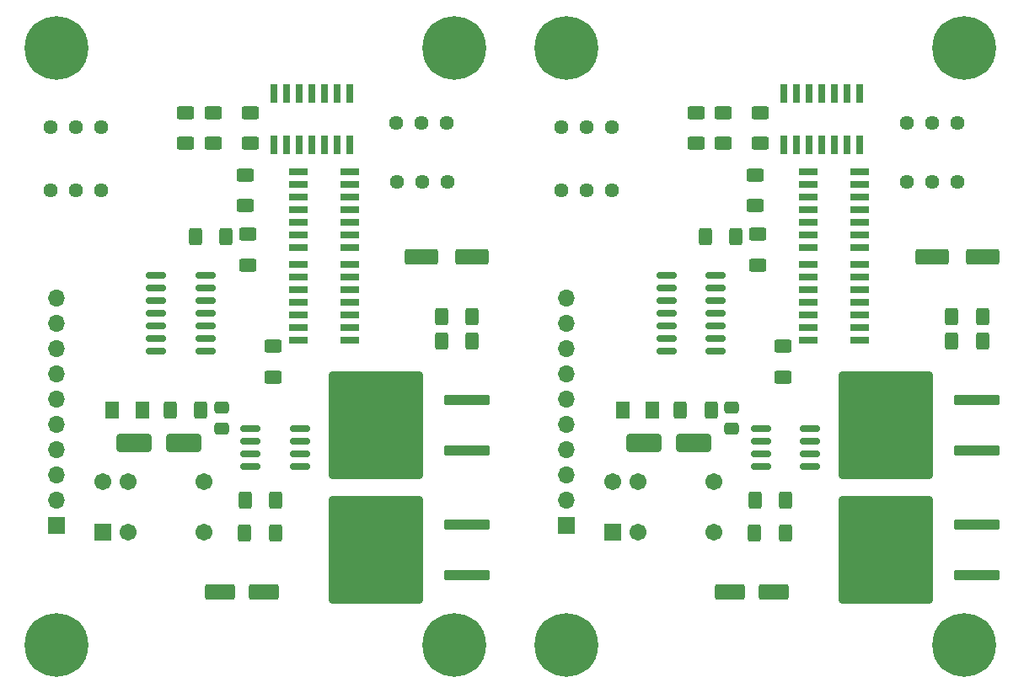
<source format=gbr>
%TF.GenerationSoftware,KiCad,Pcbnew,9.0.2*%
%TF.CreationDate,2025-06-04T19:49:41+07:00*%
%TF.ProjectId,BSPD jadi 1,42535044-206a-4616-9469-20312e6b6963,rev?*%
%TF.SameCoordinates,Original*%
%TF.FileFunction,Soldermask,Top*%
%TF.FilePolarity,Negative*%
%FSLAX46Y46*%
G04 Gerber Fmt 4.6, Leading zero omitted, Abs format (unit mm)*
G04 Created by KiCad (PCBNEW 9.0.2) date 2025-06-04 19:49:41*
%MOMM*%
%LPD*%
G01*
G04 APERTURE LIST*
G04 Aperture macros list*
%AMRoundRect*
0 Rectangle with rounded corners*
0 $1 Rounding radius*
0 $2 $3 $4 $5 $6 $7 $8 $9 X,Y pos of 4 corners*
0 Add a 4 corners polygon primitive as box body*
4,1,4,$2,$3,$4,$5,$6,$7,$8,$9,$2,$3,0*
0 Add four circle primitives for the rounded corners*
1,1,$1+$1,$2,$3*
1,1,$1+$1,$4,$5*
1,1,$1+$1,$6,$7*
1,1,$1+$1,$8,$9*
0 Add four rect primitives between the rounded corners*
20,1,$1+$1,$2,$3,$4,$5,0*
20,1,$1+$1,$4,$5,$6,$7,0*
20,1,$1+$1,$6,$7,$8,$9,0*
20,1,$1+$1,$8,$9,$2,$3,0*%
G04 Aperture macros list end*
%ADD10RoundRect,0.250000X-0.625000X0.400000X-0.625000X-0.400000X0.625000X-0.400000X0.625000X0.400000X0*%
%ADD11C,1.440000*%
%ADD12RoundRect,0.250000X-0.400000X-0.625000X0.400000X-0.625000X0.400000X0.625000X-0.400000X0.625000X0*%
%ADD13RoundRect,0.250000X0.625000X-0.400000X0.625000X0.400000X-0.625000X0.400000X-0.625000X-0.400000X0*%
%ADD14RoundRect,0.250000X0.400000X0.625000X-0.400000X0.625000X-0.400000X-0.625000X0.400000X-0.625000X0*%
%ADD15RoundRect,0.250000X2.050000X0.300000X-2.050000X0.300000X-2.050000X-0.300000X2.050000X-0.300000X0*%
%ADD16RoundRect,0.250002X4.449998X5.149998X-4.449998X5.149998X-4.449998X-5.149998X4.449998X-5.149998X0*%
%ADD17RoundRect,0.250000X1.500000X0.650000X-1.500000X0.650000X-1.500000X-0.650000X1.500000X-0.650000X0*%
%ADD18RoundRect,0.102000X-0.850900X-0.266700X0.850900X-0.266700X0.850900X0.266700X-0.850900X0.266700X0*%
%ADD19RoundRect,0.102000X0.266700X-0.850900X0.266700X0.850900X-0.266700X0.850900X-0.266700X-0.850900X0*%
%ADD20RoundRect,0.150000X-0.825000X-0.150000X0.825000X-0.150000X0.825000X0.150000X-0.825000X0.150000X0*%
%ADD21RoundRect,0.250001X-0.462499X-0.624999X0.462499X-0.624999X0.462499X0.624999X-0.462499X0.624999X0*%
%ADD22RoundRect,0.250000X1.412500X0.550000X-1.412500X0.550000X-1.412500X-0.550000X1.412500X-0.550000X0*%
%ADD23C,3.600000*%
%ADD24C,6.400000*%
%ADD25RoundRect,0.102000X-0.754000X-0.754000X0.754000X-0.754000X0.754000X0.754000X-0.754000X0.754000X0*%
%ADD26C,1.712000*%
%ADD27RoundRect,0.150000X0.825000X0.150000X-0.825000X0.150000X-0.825000X-0.150000X0.825000X-0.150000X0*%
%ADD28RoundRect,0.250000X1.250000X0.550000X-1.250000X0.550000X-1.250000X-0.550000X1.250000X-0.550000X0*%
%ADD29RoundRect,0.250000X0.475000X-0.337500X0.475000X0.337500X-0.475000X0.337500X-0.475000X-0.337500X0*%
%ADD30R,1.700000X1.700000*%
%ADD31O,1.700000X1.700000*%
G04 APERTURE END LIST*
D10*
%TO.C,R1*%
X76000000Y-87500000D03*
X76000000Y-90600000D03*
%TD*%
D11*
%TO.C,TPSTH1*%
X141960000Y-94500000D03*
X144500000Y-94500000D03*
X147040000Y-94500000D03*
%TD*%
D12*
%TO.C,R8*%
X67925000Y-117425000D03*
X71025000Y-117425000D03*
%TD*%
D13*
%TO.C,R2*%
X75500000Y-96850000D03*
X75500000Y-93750000D03*
%TD*%
D14*
%TO.C,R7*%
X78500000Y-129750000D03*
X75400000Y-129750000D03*
%TD*%
D11*
%TO.C,BPSTH*%
X90670000Y-88500000D03*
X93210000Y-88500000D03*
X95750000Y-88500000D03*
%TD*%
%TO.C,BPSTH1*%
X141920000Y-88500000D03*
X144460000Y-88500000D03*
X147000000Y-88500000D03*
%TD*%
D15*
%TO.C,Q4*%
X97750000Y-134000000D03*
D16*
X88600000Y-131460000D03*
D15*
X97750000Y-128920000D03*
%TD*%
D11*
%TO.C,BPS*%
X61050000Y-88950000D03*
X58510000Y-88950000D03*
X55970000Y-88950000D03*
%TD*%
D14*
%TO.C,R5*%
X98300000Y-108000000D03*
X95200000Y-108000000D03*
%TD*%
D17*
%TO.C,D2*%
X69300000Y-120700000D03*
X64300000Y-120700000D03*
%TD*%
D18*
%TO.C,U7*%
X80790800Y-93480000D03*
X80790800Y-94750000D03*
X80790800Y-96020000D03*
X80790800Y-97290000D03*
X80790800Y-98560000D03*
X80790800Y-99830000D03*
X80790800Y-101100000D03*
X85972400Y-101100000D03*
X85972400Y-99830000D03*
X85972400Y-98560000D03*
X85972400Y-97290000D03*
X85972400Y-96020000D03*
X85972400Y-94750000D03*
X85972400Y-93480000D03*
%TD*%
D10*
%TO.C,R9*%
X69500000Y-87500000D03*
X69500000Y-90600000D03*
%TD*%
D19*
%TO.C,U2*%
X78380000Y-90750000D03*
X79650000Y-90750000D03*
X80920000Y-90750000D03*
X82190000Y-90750000D03*
X83460000Y-90750000D03*
X84730000Y-90750000D03*
X86000000Y-90750000D03*
X86000000Y-85568400D03*
X84730000Y-85568400D03*
X83460000Y-85568400D03*
X82190000Y-85568400D03*
X80920000Y-85568400D03*
X79650000Y-85568400D03*
X78380000Y-85568400D03*
%TD*%
D20*
%TO.C,U6*%
X117800000Y-103830000D03*
X117800000Y-105100000D03*
X117800000Y-106370000D03*
X117800000Y-107640000D03*
X117800000Y-108910000D03*
X117800000Y-110180000D03*
X117800000Y-111450000D03*
X122750000Y-111450000D03*
X122750000Y-110180000D03*
X122750000Y-108910000D03*
X122750000Y-107640000D03*
X122750000Y-106370000D03*
X122750000Y-105100000D03*
X122750000Y-103830000D03*
%TD*%
D14*
%TO.C,R6*%
X98300000Y-110500000D03*
X95200000Y-110500000D03*
%TD*%
D10*
%TO.C,R3*%
X129500000Y-111000000D03*
X129500000Y-114100000D03*
%TD*%
D13*
%TO.C,R2*%
X126750000Y-96850000D03*
X126750000Y-93750000D03*
%TD*%
D14*
%TO.C,R4*%
X78550000Y-126500000D03*
X75450000Y-126500000D03*
%TD*%
D15*
%TO.C,Q3*%
X97750000Y-121500000D03*
D16*
X88600000Y-118960000D03*
D15*
X97750000Y-116420000D03*
%TD*%
D21*
%TO.C,D1*%
X62150000Y-117425000D03*
X65125000Y-117425000D03*
%TD*%
D11*
%TO.C,TPSTH*%
X90710000Y-94500000D03*
X93250000Y-94500000D03*
X95790000Y-94500000D03*
%TD*%
D22*
%TO.C,C3*%
X149537500Y-102000000D03*
X144462500Y-102000000D03*
%TD*%
D23*
%TO.C,H1*%
X56500000Y-81000000D03*
D24*
X56500000Y-81000000D03*
%TD*%
D12*
%TO.C,R15*%
X121700000Y-100000000D03*
X124800000Y-100000000D03*
%TD*%
D25*
%TO.C,K2*%
X61145000Y-129715000D03*
D26*
X63685000Y-129715000D03*
X71305000Y-129715000D03*
X71305000Y-124635000D03*
X63685000Y-124635000D03*
X61145000Y-124635000D03*
%TD*%
D10*
%TO.C,R9*%
X120750000Y-87500000D03*
X120750000Y-90600000D03*
%TD*%
D15*
%TO.C,Q4*%
X149000000Y-134000000D03*
D16*
X139850000Y-131460000D03*
D15*
X149000000Y-128920000D03*
%TD*%
D23*
%TO.C,H3*%
X147750000Y-141000000D03*
D24*
X147750000Y-141000000D03*
%TD*%
D27*
%TO.C,U1*%
X132225000Y-123060000D03*
X132225000Y-121790000D03*
X132225000Y-120520000D03*
X132225000Y-119250000D03*
X127275000Y-119250000D03*
X127275000Y-120520000D03*
X127275000Y-121790000D03*
X127275000Y-123060000D03*
%TD*%
D11*
%TO.C,BPS1*%
X112300000Y-88950000D03*
X109760000Y-88950000D03*
X107220000Y-88950000D03*
%TD*%
D12*
%TO.C,R15*%
X70450000Y-100000000D03*
X73550000Y-100000000D03*
%TD*%
D28*
%TO.C,C5*%
X77350000Y-135700000D03*
X72950000Y-135700000D03*
%TD*%
D10*
%TO.C,R16*%
X127000000Y-99750000D03*
X127000000Y-102850000D03*
%TD*%
D23*
%TO.C,H3*%
X96500000Y-141000000D03*
D24*
X96500000Y-141000000D03*
%TD*%
D14*
%TO.C,R4*%
X129800000Y-126500000D03*
X126700000Y-126500000D03*
%TD*%
D22*
%TO.C,C3*%
X98287500Y-102000000D03*
X93212500Y-102000000D03*
%TD*%
D10*
%TO.C,R10*%
X123500000Y-87500000D03*
X123500000Y-90600000D03*
%TD*%
D15*
%TO.C,Q3*%
X149000000Y-121500000D03*
D16*
X139850000Y-118960000D03*
D15*
X149000000Y-116420000D03*
%TD*%
D11*
%TO.C,TPS*%
X61050000Y-95350000D03*
X58510000Y-95350000D03*
X55970000Y-95350000D03*
%TD*%
D23*
%TO.C,H4*%
X56500000Y-141000000D03*
D24*
X56500000Y-141000000D03*
%TD*%
D29*
%TO.C,C4*%
X124350000Y-119250000D03*
X124350000Y-117175000D03*
%TD*%
D10*
%TO.C,R10*%
X72250000Y-87500000D03*
X72250000Y-90600000D03*
%TD*%
%TO.C,R16*%
X75750000Y-99750000D03*
X75750000Y-102850000D03*
%TD*%
D27*
%TO.C,U1*%
X80975000Y-123060000D03*
X80975000Y-121790000D03*
X80975000Y-120520000D03*
X80975000Y-119250000D03*
X76025000Y-119250000D03*
X76025000Y-120520000D03*
X76025000Y-121790000D03*
X76025000Y-123060000D03*
%TD*%
D23*
%TO.C,H4*%
X107750000Y-141000000D03*
D24*
X107750000Y-141000000D03*
%TD*%
D18*
%TO.C,U3*%
X132059200Y-102730000D03*
X132059200Y-104000000D03*
X132059200Y-105270000D03*
X132059200Y-106540000D03*
X132059200Y-107810000D03*
X132059200Y-109080000D03*
X132059200Y-110350000D03*
X137240800Y-110350000D03*
X137240800Y-109080000D03*
X137240800Y-107810000D03*
X137240800Y-106540000D03*
X137240800Y-105270000D03*
X137240800Y-104000000D03*
X137240800Y-102730000D03*
%TD*%
D17*
%TO.C,D2*%
X120550000Y-120700000D03*
X115550000Y-120700000D03*
%TD*%
D18*
%TO.C,U3*%
X80809200Y-102730000D03*
X80809200Y-104000000D03*
X80809200Y-105270000D03*
X80809200Y-106540000D03*
X80809200Y-107810000D03*
X80809200Y-109080000D03*
X80809200Y-110350000D03*
X85990800Y-110350000D03*
X85990800Y-109080000D03*
X85990800Y-107810000D03*
X85990800Y-106540000D03*
X85990800Y-105270000D03*
X85990800Y-104000000D03*
X85990800Y-102730000D03*
%TD*%
D14*
%TO.C,R7*%
X129750000Y-129750000D03*
X126650000Y-129750000D03*
%TD*%
D19*
%TO.C,U2*%
X129630000Y-90750000D03*
X130900000Y-90750000D03*
X132170000Y-90750000D03*
X133440000Y-90750000D03*
X134710000Y-90750000D03*
X135980000Y-90750000D03*
X137250000Y-90750000D03*
X137250000Y-85568400D03*
X135980000Y-85568400D03*
X134710000Y-85568400D03*
X133440000Y-85568400D03*
X132170000Y-85568400D03*
X130900000Y-85568400D03*
X129630000Y-85568400D03*
%TD*%
D23*
%TO.C,H1*%
X107750000Y-81000000D03*
D24*
X107750000Y-81000000D03*
%TD*%
D23*
%TO.C,H2*%
X147750000Y-81000000D03*
D24*
X147750000Y-81000000D03*
%TD*%
D18*
%TO.C,U7*%
X132040800Y-93480000D03*
X132040800Y-94750000D03*
X132040800Y-96020000D03*
X132040800Y-97290000D03*
X132040800Y-98560000D03*
X132040800Y-99830000D03*
X132040800Y-101100000D03*
X137222400Y-101100000D03*
X137222400Y-99830000D03*
X137222400Y-98560000D03*
X137222400Y-97290000D03*
X137222400Y-96020000D03*
X137222400Y-94750000D03*
X137222400Y-93480000D03*
%TD*%
D20*
%TO.C,U6*%
X66550000Y-103830000D03*
X66550000Y-105100000D03*
X66550000Y-106370000D03*
X66550000Y-107640000D03*
X66550000Y-108910000D03*
X66550000Y-110180000D03*
X66550000Y-111450000D03*
X71500000Y-111450000D03*
X71500000Y-110180000D03*
X71500000Y-108910000D03*
X71500000Y-107640000D03*
X71500000Y-106370000D03*
X71500000Y-105100000D03*
X71500000Y-103830000D03*
%TD*%
D11*
%TO.C,TPS1*%
X112300000Y-95350000D03*
X109760000Y-95350000D03*
X107220000Y-95350000D03*
%TD*%
D21*
%TO.C,D1*%
X113400000Y-117425000D03*
X116375000Y-117425000D03*
%TD*%
D23*
%TO.C,H2*%
X96500000Y-81000000D03*
D24*
X96500000Y-81000000D03*
%TD*%
D29*
%TO.C,C4*%
X73100000Y-119250000D03*
X73100000Y-117175000D03*
%TD*%
D12*
%TO.C,R8*%
X119175000Y-117425000D03*
X122275000Y-117425000D03*
%TD*%
D10*
%TO.C,R1*%
X127250000Y-87500000D03*
X127250000Y-90600000D03*
%TD*%
D14*
%TO.C,R5*%
X149550000Y-108000000D03*
X146450000Y-108000000D03*
%TD*%
D25*
%TO.C,K2*%
X112395000Y-129715000D03*
D26*
X114935000Y-129715000D03*
X122555000Y-129715000D03*
X122555000Y-124635000D03*
X114935000Y-124635000D03*
X112395000Y-124635000D03*
%TD*%
D14*
%TO.C,R6*%
X149550000Y-110500000D03*
X146450000Y-110500000D03*
%TD*%
D10*
%TO.C,R3*%
X78250000Y-111000000D03*
X78250000Y-114100000D03*
%TD*%
D28*
%TO.C,C5*%
X128600000Y-135700000D03*
X124200000Y-135700000D03*
%TD*%
D30*
%TO.C,J1*%
X107740000Y-129000000D03*
D31*
X107740000Y-126460000D03*
X107740000Y-123920000D03*
X107740000Y-121380000D03*
X107740000Y-118840000D03*
X107740000Y-116300000D03*
X107740000Y-113760000D03*
X107740000Y-111220000D03*
X107740000Y-108680000D03*
X107740000Y-106140000D03*
%TD*%
D30*
%TO.C,J1*%
X56490000Y-129000000D03*
D31*
X56490000Y-126460000D03*
X56490000Y-123920000D03*
X56490000Y-121380000D03*
X56490000Y-118840000D03*
X56490000Y-116300000D03*
X56490000Y-113760000D03*
X56490000Y-111220000D03*
X56490000Y-108680000D03*
X56490000Y-106140000D03*
%TD*%
M02*

</source>
